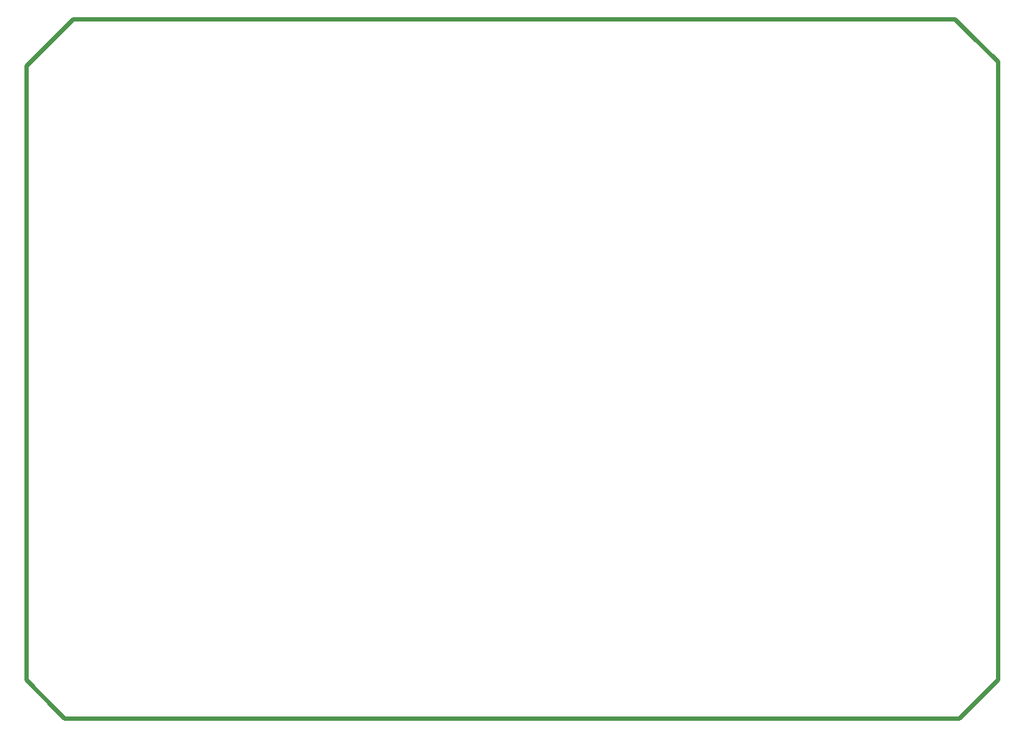
<source format=gbr>
%TF.GenerationSoftware,Altium Limited,Altium Designer,20.0.13 (296)*%
G04 Layer_Color=16711935*
%FSLAX26Y26*%
%MOIN*%
%TF.FileFunction,Other,Mechanical_1*%
%TF.Part,Single*%
G01*
G75*
%TA.AperFunction,NonConductor*%
%ADD71C,0.019685*%
D71*
X6496063Y4271654D02*
X6562008Y4205709D01*
X6693898Y4073819D01*
X2362205Y1023622D02*
X6515748D01*
X2322835Y1062992D02*
X2362205Y1023622D01*
X2185039Y4055118D02*
X2185039Y1200787D01*
X2322835Y1062992D01*
X2185039Y4055118D02*
X2244095Y4114173D01*
X2401575Y4271654D01*
X4232284D01*
X6515748Y1023622D02*
X6693898Y1201772D01*
X6693898Y4073819D02*
X6693898Y1201772D01*
X4232284Y4271654D02*
X6496063Y4271654D01*
%TF.MD5,ae0c85d1ae6b4f54071b4e99d6b6ccb5*%
M02*

</source>
